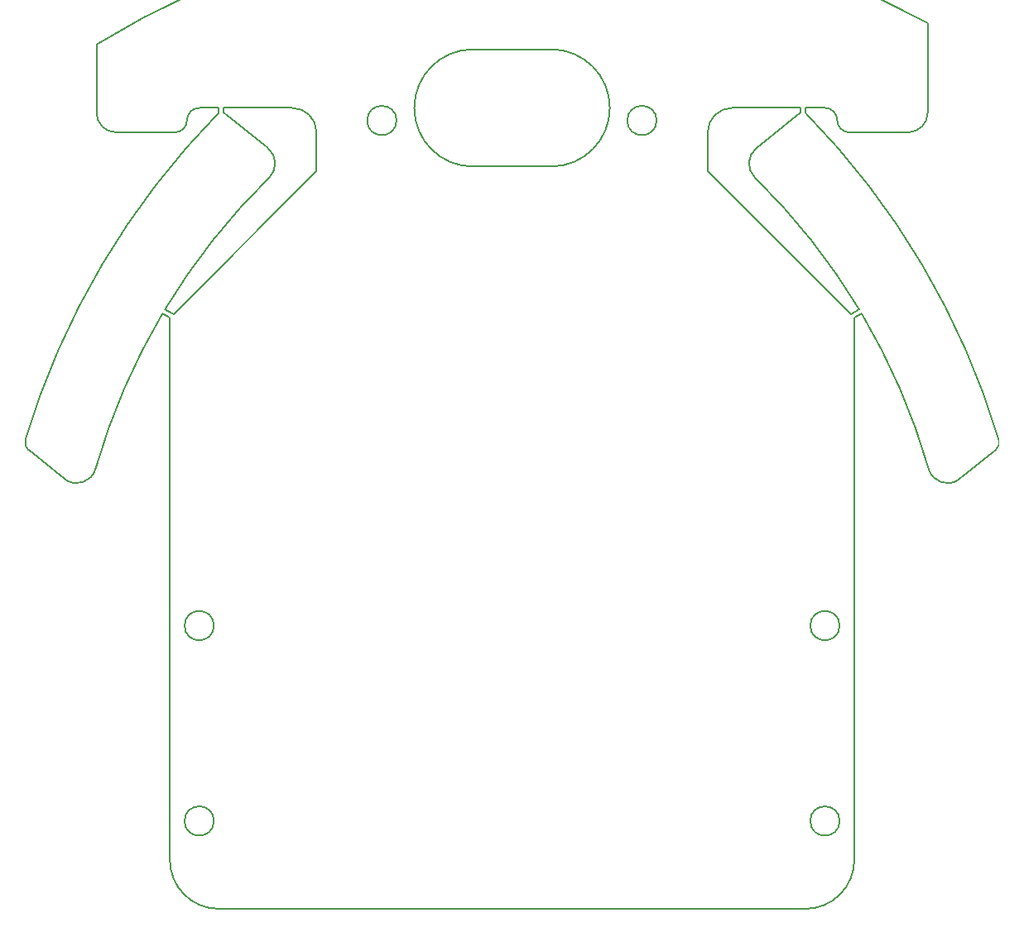
<source format=gm1>
%TF.GenerationSoftware,KiCad,Pcbnew,7.0.1*%
%TF.CreationDate,2023-05-14T10:54:03+09:00*%
%TF.ProjectId,trace,74726163-652e-46b6-9963-61645f706362,rev?*%
%TF.SameCoordinates,Original*%
%TF.FileFunction,Profile,NP*%
%FSLAX46Y46*%
G04 Gerber Fmt 4.6, Leading zero omitted, Abs format (unit mm)*
G04 Created by KiCad (PCBNEW 7.0.1) date 2023-05-14 10:54:03*
%MOMM*%
%LPD*%
G01*
G04 APERTURE LIST*
%TA.AperFunction,Profile*%
%ADD10C,0.200000*%
%TD*%
G04 APERTURE END LIST*
D10*
X99637010Y-71354310D02*
G75*
G03*
X100887010Y-70104284I-10J1250010D01*
G01*
X122317566Y-70142500D02*
G75*
G03*
X122317566Y-70142500I-1500000J0D01*
G01*
X159111195Y-72981741D02*
G75*
G03*
X158962226Y-75970978I1250705J-1560659D01*
G01*
X99138010Y-90357884D02*
X99138010Y-145854644D01*
X176638168Y-69355171D02*
X176638168Y-60161876D01*
X164137039Y-68854534D02*
X166137039Y-68854284D01*
X91637016Y-69354024D02*
G75*
G03*
X93637010Y-71354284I1999984J-276D01*
G01*
X167387216Y-70104859D02*
G75*
G03*
X166137039Y-68854284I-1250016J559D01*
G01*
X102137010Y-68854310D02*
G75*
G03*
X100887010Y-70104284I-10J-1249990D01*
G01*
X103638010Y-141858284D02*
G75*
G03*
X103638010Y-141858284I-1500000J0D01*
G01*
X169137410Y-90355358D02*
X169896624Y-89916900D01*
X99137961Y-145854644D02*
G75*
G03*
X104137105Y-150853739I4999139J44D01*
G01*
X176638166Y-60161879D02*
G75*
G03*
X91637919Y-62356856I-40615956J-74061661D01*
G01*
X163637101Y-69354596D02*
X159111178Y-72981719D01*
X91637919Y-62356855D02*
X91637010Y-69354024D01*
X167638010Y-141858284D02*
G75*
G03*
X167638010Y-141858284I-1500000J0D01*
G01*
X84690204Y-103902304D02*
X88353845Y-106838385D01*
X169640411Y-89487474D02*
G75*
G03*
X158962226Y-75970978I-58267411J-35055726D01*
G01*
X183584031Y-103902337D02*
G75*
G03*
X183916538Y-102834867I-625431J780337D01*
G01*
X130137010Y-62854276D02*
G75*
G03*
X130137010Y-74854284I0J-6000004D01*
G01*
X168638639Y-71356584D02*
X174638639Y-71355171D01*
X130137010Y-74854284D02*
X138137010Y-74854284D01*
X179920365Y-106838385D02*
X183584005Y-103902304D01*
X84357709Y-102834878D02*
G75*
G03*
X84690204Y-103902304I957891J-287122D01*
G01*
X167387116Y-70104859D02*
G75*
G03*
X168638639Y-71356584I1251184J-541D01*
G01*
X176746811Y-105828182D02*
G75*
G03*
X179920365Y-106838384I1922789J550482D01*
G01*
X104137105Y-150853739D02*
X164137259Y-150853739D01*
X102137010Y-68854284D02*
X104137171Y-68854284D01*
X138137010Y-62854284D02*
X130137010Y-62854284D01*
X169640412Y-89487474D02*
X168771413Y-89989336D01*
X183916526Y-102834870D02*
G75*
G03*
X164137100Y-69354535I-77589826J-23255530D01*
G01*
X114137510Y-75356084D02*
X99505145Y-89990692D01*
X104637108Y-68854284D02*
X111637011Y-68854284D01*
X164137101Y-69354534D02*
X164137039Y-68854534D01*
X104137103Y-69354529D02*
G75*
G03*
X84357673Y-102834867I57810397J-56735871D01*
G01*
X174638639Y-71355168D02*
G75*
G03*
X176638168Y-69355171I-439J1999968D01*
G01*
X164137259Y-150853710D02*
G75*
G03*
X169137410Y-145853588I41J5000110D01*
G01*
X104137171Y-68854284D02*
X104137108Y-69354534D01*
X138137010Y-74854276D02*
G75*
G03*
X138137010Y-62854284I0J5999996D01*
G01*
X103638010Y-121858284D02*
G75*
G03*
X103638010Y-121858284I-1500000J0D01*
G01*
X109163031Y-72981719D02*
X104637108Y-69354596D01*
X104637108Y-69354596D02*
X104637108Y-68854284D01*
X98377584Y-89916899D02*
G75*
G03*
X91527339Y-105828165I58523616J-34626301D01*
G01*
X114137010Y-71353971D02*
X114137510Y-75356084D01*
X148917500Y-70142500D02*
G75*
G03*
X148917500Y-70142500I-1500000J0D01*
G01*
X88353875Y-106838347D02*
G75*
G03*
X91527338Y-105828165I1250725J1560647D01*
G01*
X99139168Y-90356726D02*
X99138010Y-90357884D01*
X176746858Y-105828169D02*
G75*
G03*
X169896623Y-89916900I-65373958J-18715031D01*
G01*
X156636003Y-68855440D02*
G75*
G03*
X154140041Y-71349711I297J-2496260D01*
G01*
X167638010Y-121858284D02*
G75*
G03*
X167638010Y-121858284I-1500000J0D01*
G01*
X99505145Y-89990692D02*
X98633797Y-89487474D01*
X114137016Y-71353971D02*
G75*
G03*
X111637011Y-68854284I-2500016J-329D01*
G01*
X93637010Y-71354284D02*
X99637010Y-71354284D01*
X169137410Y-145853588D02*
X169137410Y-90355358D01*
X109311973Y-75970968D02*
G75*
G03*
X98633798Y-89487474I47589327J-48572232D01*
G01*
X98377586Y-89916900D02*
X99139168Y-90356726D01*
X168771413Y-89989336D02*
X154136774Y-75353694D01*
X109312001Y-75970997D02*
G75*
G03*
X109163031Y-72981719I-1399701J1428597D01*
G01*
X163637039Y-68854596D02*
X163637101Y-69354596D01*
X156636003Y-68855471D02*
X163637039Y-68854596D01*
X154136774Y-75353694D02*
X154140040Y-71349711D01*
M02*

</source>
